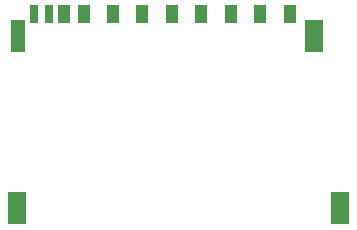
<source format=gbr>
%TF.GenerationSoftware,KiCad,Pcbnew,7.0.1*%
%TF.CreationDate,2023-10-15T10:25:07+02:00*%
%TF.ProjectId,oberon_station,6f626572-6f6e-45f7-9374-6174696f6e2e,rev?*%
%TF.SameCoordinates,Original*%
%TF.FileFunction,Paste,Top*%
%TF.FilePolarity,Positive*%
%FSLAX46Y46*%
G04 Gerber Fmt 4.6, Leading zero omitted, Abs format (unit mm)*
G04 Created by KiCad (PCBNEW 7.0.1) date 2023-10-15 10:25:07*
%MOMM*%
%LPD*%
G01*
G04 APERTURE LIST*
%ADD10R,1.000000X1.500000*%
%ADD11R,0.700000X1.500000*%
%ADD12R,1.500000X2.800000*%
%ADD13R,1.200000X2.800000*%
G04 APERTURE END LIST*
D10*
%TO.C,J2*%
X157460000Y-131535000D03*
X154960000Y-131535000D03*
X152460000Y-131535000D03*
X149960000Y-131535000D03*
X147460000Y-131535000D03*
X144960000Y-131535000D03*
X142530000Y-131535000D03*
X140830000Y-131535000D03*
X159960000Y-131535000D03*
D11*
X139530000Y-131535000D03*
X138330000Y-131535000D03*
D12*
X136885000Y-147935000D03*
D13*
X136935000Y-133335000D03*
D12*
X162035000Y-133335000D03*
X164185000Y-147935000D03*
%TD*%
M02*

</source>
